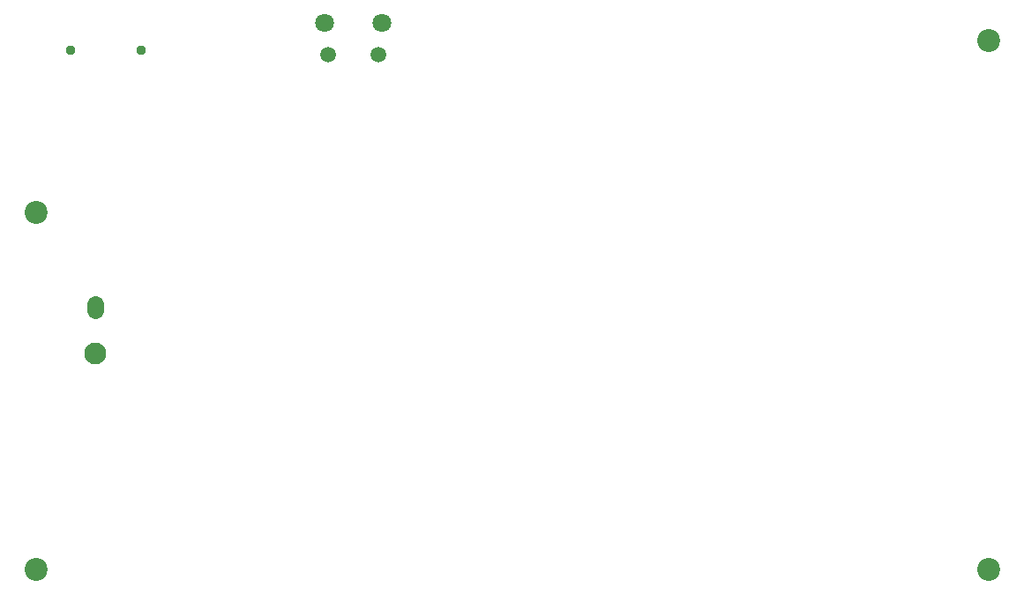
<source format=gbr>
%TF.GenerationSoftware,KiCad,Pcbnew,9.0.4*%
%TF.CreationDate,2025-09-26T12:58:53-07:00*%
%TF.ProjectId,SD-PGMR,53442d50-474d-4522-9e6b-696361645f70,v1.0*%
%TF.SameCoordinates,Original*%
%TF.FileFunction,NonPlated,1,4,NPTH,Mixed*%
%TF.FilePolarity,Positive*%
%FSLAX46Y46*%
G04 Gerber Fmt 4.6, Leading zero omitted, Abs format (unit mm)*
G04 Created by KiCad (PCBNEW 9.0.4) date 2025-09-26 12:58:53*
%MOMM*%
%LPD*%
G01*
G04 APERTURE LIST*
%TA.AperFunction,ComponentDrill*%
%ADD10C,0.950000*%
%TD*%
%TA.AperFunction,ComponentDrill*%
%ADD11C,1.500000*%
%TD*%
G04 aperture for slot hole*
%TA.AperFunction,ComponentDrill*%
%ADD12C,1.600000*%
%TD*%
%TA.AperFunction,ComponentDrill*%
%ADD13C,1.800000*%
%TD*%
%TA.AperFunction,ComponentDrill*%
%ADD14C,2.100000*%
%TD*%
%TA.AperFunction,ComponentDrill*%
%ADD15C,2.200000*%
%TD*%
G04 APERTURE END LIST*
D10*
%TO.C,SD1*%
X83301000Y-82180000D03*
X90101000Y-82180000D03*
D11*
%TO.C,U3*%
X108065000Y-82662000D03*
X112915000Y-82662000D03*
D12*
%TO.C,RE1*%
X85725000Y-107175000D02*
X85725000Y-106575000D01*
D13*
%TO.C,U3*%
X107765000Y-79632000D03*
X113215000Y-79632000D03*
D14*
%TO.C,RE1*%
X85725000Y-111375000D03*
D15*
%TO.C,H1*%
X80010000Y-97790000D03*
%TO.C,H2*%
X80010000Y-132080000D03*
%TO.C,H4*%
X171450000Y-81280000D03*
%TO.C,H3*%
X171450000Y-132080000D03*
M02*

</source>
